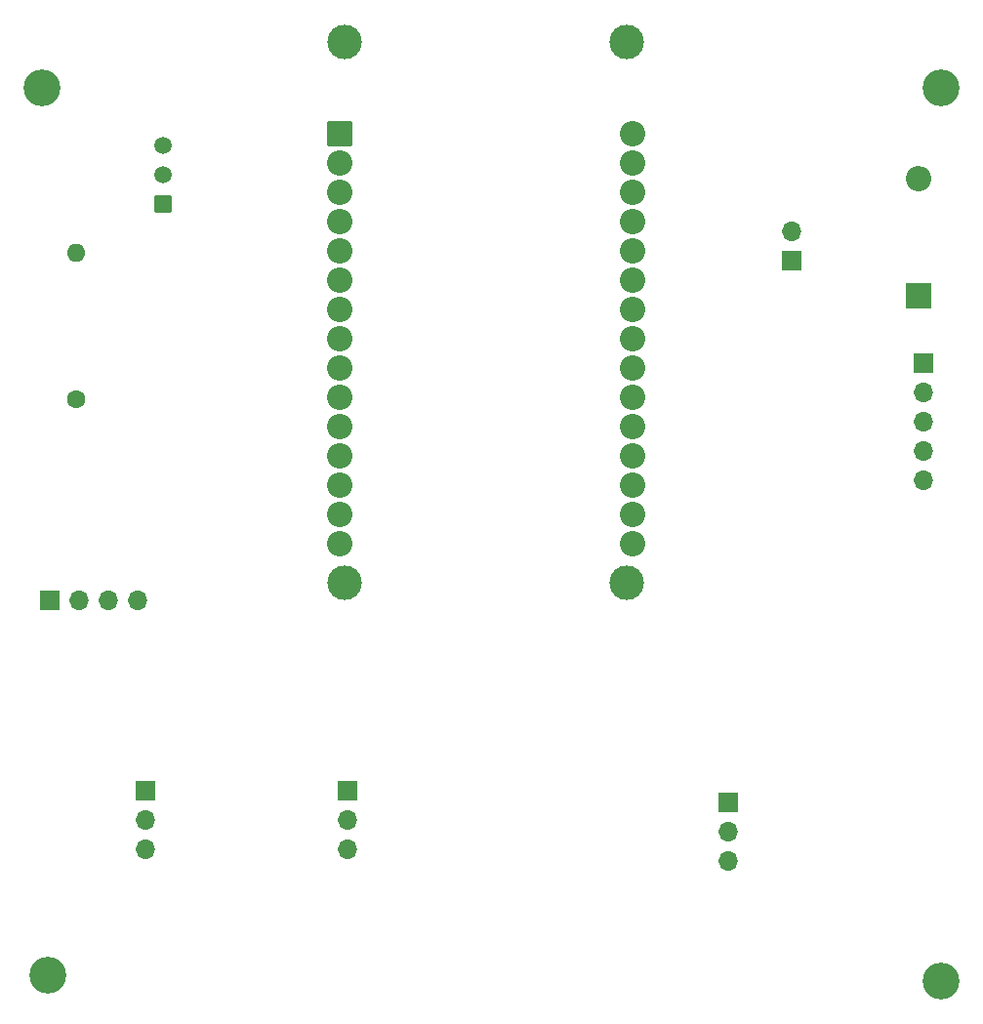
<source format=gbr>
%TF.GenerationSoftware,KiCad,Pcbnew,9.0.0*%
%TF.CreationDate,2025-03-05T16:28:04-05:00*%
%TF.ProjectId,Sistema-de-riego-automatico,53697374-656d-4612-9d64-652d72696567,rev?*%
%TF.SameCoordinates,Original*%
%TF.FileFunction,Soldermask,Top*%
%TF.FilePolarity,Negative*%
%FSLAX46Y46*%
G04 Gerber Fmt 4.6, Leading zero omitted, Abs format (unit mm)*
G04 Created by KiCad (PCBNEW 9.0.0) date 2025-03-05 16:28:04*
%MOMM*%
%LPD*%
G01*
G04 APERTURE LIST*
G04 Aperture macros list*
%AMRoundRect*
0 Rectangle with rounded corners*
0 $1 Rounding radius*
0 $2 $3 $4 $5 $6 $7 $8 $9 X,Y pos of 4 corners*
0 Add a 4 corners polygon primitive as box body*
4,1,4,$2,$3,$4,$5,$6,$7,$8,$9,$2,$3,0*
0 Add four circle primitives for the rounded corners*
1,1,$1+$1,$2,$3*
1,1,$1+$1,$4,$5*
1,1,$1+$1,$6,$7*
1,1,$1+$1,$8,$9*
0 Add four rect primitives between the rounded corners*
20,1,$1+$1,$2,$3,$4,$5,0*
20,1,$1+$1,$4,$5,$6,$7,0*
20,1,$1+$1,$6,$7,$8,$9,0*
20,1,$1+$1,$8,$9,$2,$3,0*%
G04 Aperture macros list end*
%ADD10R,1.700000X1.700000*%
%ADD11O,1.700000X1.700000*%
%ADD12C,3.200000*%
%ADD13O,1.600000X1.600000*%
%ADD14C,1.600000*%
%ADD15C,2.204000*%
%ADD16RoundRect,0.102000X-1.000000X-1.000000X1.000000X-1.000000X1.000000X1.000000X-1.000000X1.000000X0*%
%ADD17C,3.000000*%
%ADD18C,1.502000*%
%ADD19RoundRect,0.102000X0.649000X-0.649000X0.649000X0.649000X-0.649000X0.649000X-0.649000X-0.649000X0*%
%ADD20O,2.200000X2.200000*%
%ADD21R,2.200000X2.200000*%
G04 APERTURE END LIST*
D10*
%TO.C,J5*%
X67025000Y-84960000D03*
D11*
X67025000Y-87500000D03*
X67025000Y-90040000D03*
%TD*%
D12*
%TO.C,REF\u002A\u002A*%
X41000000Y-101000000D03*
%TD*%
%TO.C,REF\u002A\u002A*%
X118500000Y-101500000D03*
%TD*%
%TO.C,REF\u002A\u002A*%
X40500000Y-24000000D03*
%TD*%
%TO.C,REF\u002A\u002A*%
X118500000Y-24000000D03*
%TD*%
D11*
%TO.C,J1*%
X100000000Y-91040000D03*
X100000000Y-88500000D03*
D10*
X100000000Y-85960000D03*
%TD*%
D11*
%TO.C,J2*%
X117000000Y-58080000D03*
X117000000Y-55540000D03*
X117000000Y-53000000D03*
X117000000Y-50460000D03*
D10*
X117000000Y-47920000D03*
%TD*%
D13*
%TO.C,R1*%
X43500000Y-38300000D03*
D14*
X43500000Y-51000000D03*
%TD*%
D15*
%TO.C,U1*%
X91700000Y-27985000D03*
X91700000Y-30525000D03*
X91700000Y-33065000D03*
X91700000Y-35605000D03*
X91700000Y-38145000D03*
X91700000Y-40685000D03*
X91700000Y-43225000D03*
X91700000Y-45765000D03*
X91700000Y-48305000D03*
X91700000Y-50845000D03*
X91700000Y-53385000D03*
X91700000Y-55925000D03*
X91700000Y-58465000D03*
X91700000Y-61005000D03*
X91700000Y-63545000D03*
X66300000Y-63545000D03*
X66300000Y-61005000D03*
X66300000Y-58465000D03*
X66300000Y-55925000D03*
X66300000Y-53385000D03*
X66300000Y-50845000D03*
X66300000Y-48305000D03*
X66300000Y-45765000D03*
X66300000Y-43225000D03*
X66300000Y-40685000D03*
X66300000Y-38145000D03*
X66300000Y-35605000D03*
X66300000Y-33065000D03*
X66300000Y-30525000D03*
D16*
X66300000Y-27985000D03*
D17*
X91230000Y-66975000D03*
X91230000Y-20025000D03*
X66720000Y-66975000D03*
X66720000Y-20025000D03*
%TD*%
D11*
%TO.C,J7*%
X49500000Y-90040000D03*
X49500000Y-87500000D03*
D10*
X49500000Y-84960000D03*
%TD*%
D11*
%TO.C,J3*%
X48820000Y-68500000D03*
X46280000Y-68500000D03*
X43740000Y-68500000D03*
D10*
X41200000Y-68500000D03*
%TD*%
D18*
%TO.C,Q1*%
X51000000Y-29000000D03*
X51000000Y-31540000D03*
D19*
X51000000Y-34080000D03*
%TD*%
D11*
%TO.C,J6*%
X105500000Y-36460000D03*
D10*
X105500000Y-39000000D03*
%TD*%
D20*
%TO.C,D1*%
X116500000Y-31920000D03*
D21*
X116500000Y-42080000D03*
%TD*%
M02*

</source>
